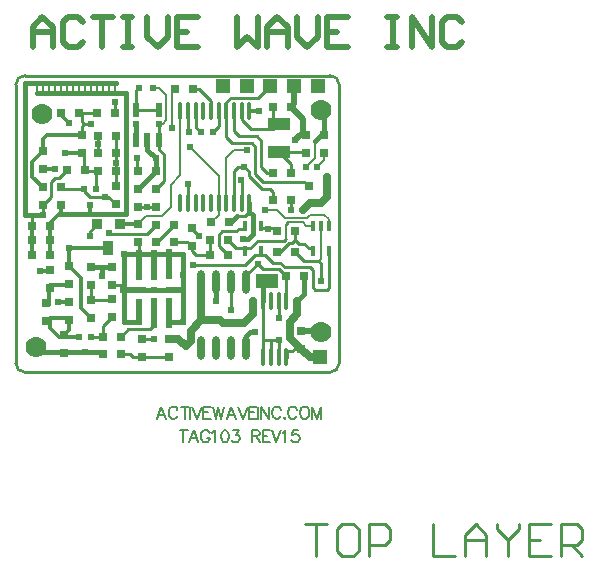
<source format=gtl>
%FSLAX23Y23*%
%MOIN*%
G70*
G01*
G75*
G04 Layer_Physical_Order=1*
G04 Layer_Color=255*
%ADD10O,0.024X0.080*%
%ADD11R,0.020X0.050*%
%ADD12R,0.024X0.024*%
%ADD13R,0.030X0.030*%
%ADD14R,0.030X0.030*%
%ADD15R,0.074X0.045*%
%ADD16R,0.036X0.050*%
%ADD17R,0.036X0.036*%
%ADD18R,0.075X0.043*%
%ADD19O,0.016X0.060*%
%ADD20R,0.024X0.100*%
%ADD21R,0.024X0.090*%
%ADD22R,0.070X0.024*%
%ADD23R,0.090X0.024*%
%ADD24O,0.016X0.060*%
%ADD25R,0.014X0.035*%
%ADD26R,0.025X0.030*%
%ADD27R,0.014X0.035*%
%ADD28C,0.010*%
%ADD29C,0.008*%
%ADD30C,0.012*%
%ADD31C,0.015*%
%ADD32C,0.025*%
%ADD33C,0.016*%
%ADD34C,0.020*%
%ADD35C,0.014*%
%ADD36C,0.006*%
%ADD37R,0.050X0.050*%
%ADD38C,0.070*%
%ADD39R,0.049X0.049*%
%ADD40C,0.024*%
D10*
X778Y495D02*
D03*
X678Y715D02*
D03*
X778D02*
D03*
X728D02*
D03*
X628D02*
D03*
X728Y495D02*
D03*
X678D02*
D03*
X628D02*
D03*
D11*
X411Y1191D02*
D03*
Y1291D02*
D03*
X486D02*
D03*
X448Y1191D02*
D03*
X486D02*
D03*
D12*
X241Y482D02*
D03*
X260Y533D02*
D03*
X221D02*
D03*
X276Y1025D02*
D03*
X257Y974D02*
D03*
X237Y1025D02*
D03*
D13*
X261Y766D02*
D03*
X520Y527D02*
D03*
X171Y481D02*
D03*
X961Y493D02*
D03*
X331Y766D02*
D03*
X1035Y1206D02*
D03*
X416Y908D02*
D03*
X330Y661D02*
D03*
X261Y655D02*
D03*
Y706D02*
D03*
Y595D02*
D03*
X186Y771D02*
D03*
X520Y467D02*
D03*
X430D02*
D03*
X330Y601D02*
D03*
X124Y695D02*
D03*
X111Y647D02*
D03*
X186Y711D02*
D03*
X111Y587D02*
D03*
X171Y541D02*
D03*
X124Y755D02*
D03*
X416Y848D02*
D03*
X1035Y1146D02*
D03*
X430Y527D02*
D03*
X331Y706D02*
D03*
X961Y553D02*
D03*
X229Y1147D02*
D03*
Y1207D02*
D03*
X99Y1032D02*
D03*
Y972D02*
D03*
X342Y1035D02*
D03*
X159Y972D02*
D03*
X342Y975D02*
D03*
X159Y1032D02*
D03*
X185Y651D02*
D03*
Y591D02*
D03*
X99Y1152D02*
D03*
Y1092D02*
D03*
X596Y896D02*
D03*
Y836D02*
D03*
X416Y1026D02*
D03*
Y966D02*
D03*
X976Y1206D02*
D03*
Y1146D02*
D03*
X476Y966D02*
D03*
Y1026D02*
D03*
D14*
X1045Y1035D02*
D03*
X300Y477D02*
D03*
X985Y1035D02*
D03*
X341Y1281D02*
D03*
X600Y1360D02*
D03*
X360Y477D02*
D03*
X299Y534D02*
D03*
X359D02*
D03*
X282Y1145D02*
D03*
Y1203D02*
D03*
Y1085D02*
D03*
X240Y1088D02*
D03*
X281Y1281D02*
D03*
X180Y1088D02*
D03*
X64Y805D02*
D03*
Y855D02*
D03*
Y904D02*
D03*
X342Y1085D02*
D03*
Y1145D02*
D03*
Y1203D02*
D03*
X124Y904D02*
D03*
Y805D02*
D03*
Y855D02*
D03*
X416Y1086D02*
D03*
X476D02*
D03*
X911Y736D02*
D03*
X971D02*
D03*
X476Y906D02*
D03*
X536D02*
D03*
Y851D02*
D03*
X476D02*
D03*
X716Y806D02*
D03*
X656D02*
D03*
Y856D02*
D03*
X716D02*
D03*
X925Y1080D02*
D03*
X865D02*
D03*
X925Y1300D02*
D03*
X865D02*
D03*
X540Y1360D02*
D03*
X221Y1281D02*
D03*
X161D02*
D03*
X940Y815D02*
D03*
X880D02*
D03*
Y885D02*
D03*
X940D02*
D03*
X660Y915D02*
D03*
X720D02*
D03*
D15*
X846Y718D02*
D03*
D16*
X318Y828D02*
D03*
D17*
X281Y908D02*
D03*
X356D02*
D03*
D18*
X885Y1148D02*
D03*
Y1242D02*
D03*
D19*
X834Y654D02*
D03*
X860Y467D02*
D03*
X885D02*
D03*
X834D02*
D03*
X911Y654D02*
D03*
X885D02*
D03*
X911Y467D02*
D03*
X860Y654D02*
D03*
D20*
X471Y612D02*
D03*
X521D02*
D03*
X520Y775D02*
D03*
X471Y774D02*
D03*
X421D02*
D03*
D21*
Y617D02*
D03*
D22*
X543Y690D02*
D03*
D23*
X401Y690D02*
D03*
D24*
X788Y979D02*
D03*
X634Y1286D02*
D03*
X737D02*
D03*
X660Y979D02*
D03*
X686D02*
D03*
X634D02*
D03*
X711Y1286D02*
D03*
X737Y979D02*
D03*
X762D02*
D03*
X788Y1286D02*
D03*
X558D02*
D03*
X583Y979D02*
D03*
X686Y1286D02*
D03*
X660D02*
D03*
X762D02*
D03*
X609D02*
D03*
X583D02*
D03*
X558Y979D02*
D03*
X711D02*
D03*
X609D02*
D03*
D25*
X799Y904D02*
D03*
X773D02*
D03*
Y818D02*
D03*
X825D02*
D03*
Y904D02*
D03*
X1000D02*
D03*
X1026D02*
D03*
X1000Y818D02*
D03*
X1052D02*
D03*
D26*
X865Y990D02*
D03*
X925D02*
D03*
D27*
X1052Y904D02*
D03*
D28*
X504Y1054D02*
Y1141D01*
X486Y1159D02*
X504Y1141D01*
X911Y654D02*
Y736D01*
X778Y740D02*
X815Y777D01*
X600Y774D02*
X773D01*
X762Y1255D02*
Y1286D01*
X260Y1243D02*
X261Y1242D01*
X238Y1243D02*
X260D01*
X221Y1281D02*
X281D01*
X229Y1207D02*
Y1235D01*
Y1252D02*
X238Y1243D01*
X229Y1235D02*
X238Y1243D01*
X229Y1252D02*
Y1274D01*
X154Y1062D02*
X180Y1088D01*
X139Y1062D02*
X154D01*
X127Y1050D02*
X139Y1062D01*
X127Y1000D02*
Y1050D01*
X99Y972D02*
X127Y1000D01*
X860Y467D02*
Y522D01*
X885Y467D02*
Y522D01*
X359Y534D02*
X383Y558D01*
X456D01*
X471Y573D01*
Y592D01*
X299Y570D02*
X330Y601D01*
X261Y655D02*
X324D01*
X330Y661D01*
X261Y655D02*
Y706D01*
X331Y766D02*
X331Y766D01*
Y706D02*
X369D01*
X885Y597D02*
Y654D01*
X295Y482D02*
X300Y477D01*
X360D02*
X390D01*
X400Y467D01*
X430Y527D02*
X470D01*
X931Y485D02*
X939Y493D01*
X416Y848D02*
X421Y843D01*
X257Y870D02*
Y884D01*
X281Y908D01*
X237Y1020D02*
Y1025D01*
X317Y1000D02*
X342Y975D01*
X237Y1020D02*
X257Y1000D01*
X276Y1025D02*
Y1079D01*
X282Y1085D01*
X243D02*
X282D01*
X237Y1091D02*
Y1139D01*
X229Y1147D02*
X237Y1139D01*
X221Y1281D02*
X229Y1274D01*
X159Y1273D02*
X186Y1246D01*
X180Y1087D02*
Y1088D01*
X99Y939D02*
Y972D01*
X412Y1090D02*
X416Y1086D01*
X412Y1090D02*
Y1128D01*
X159Y1032D02*
X166Y1025D01*
X237D01*
X476Y851D02*
X481D01*
X536Y906D01*
X447Y877D02*
X476Y906D01*
X320Y877D02*
X447D01*
X319Y878D02*
X320Y877D01*
X596Y820D02*
Y836D01*
Y820D02*
X610Y806D01*
X656D01*
Y856D01*
X778Y715D02*
Y740D01*
X685Y837D02*
X716Y806D01*
Y856D02*
X744Y828D01*
X728Y624D02*
X728Y715D01*
X888Y759D02*
X911Y736D01*
X815Y777D02*
X833Y759D01*
X888D01*
X891Y781D02*
X907Y765D01*
X940Y815D02*
X969Y786D01*
X840Y806D02*
X865Y781D01*
X891D01*
X773Y774D02*
X805Y806D01*
X790Y828D02*
X816Y854D01*
X1000Y905D02*
X1000Y904D01*
X911Y909D02*
X917Y915D01*
X904Y854D02*
X911Y861D01*
X816Y854D02*
X904D01*
X880Y815D02*
X891D01*
X921Y845D01*
X930D01*
X940Y855D01*
Y885D01*
X685Y837D02*
Y874D01*
X696Y885D01*
X752Y894D02*
X773D01*
Y904D01*
X773Y904D01*
X743Y885D02*
X752Y894D01*
X696Y885D02*
X743D01*
X911Y485D02*
X931D01*
X583Y1217D02*
Y1286D01*
X609Y1231D02*
Y1286D01*
Y1231D02*
X625Y1215D01*
X952Y843D02*
X970D01*
X940Y855D02*
X952Y843D01*
X970D02*
X985Y828D01*
X1000D01*
X1052Y818D02*
X1053Y816D01*
X991Y765D02*
X999Y757D01*
X907Y765D02*
X991D01*
X583Y979D02*
Y1042D01*
X536Y851D02*
X581D01*
X596Y836D01*
X744Y828D02*
X773D01*
X805Y806D02*
X825D01*
X416Y966D02*
X446D01*
X476D01*
X486Y1159D02*
Y1191D01*
Y1244D01*
X257Y1000D02*
X308D01*
X317D01*
X342Y1035D02*
Y1085D01*
Y1114D01*
Y1145D01*
Y1203D01*
X64Y887D02*
Y904D01*
Y939D01*
X240Y1088D02*
X243Y1085D01*
X237Y1091D02*
X240Y1088D01*
X369Y706D02*
X371Y708D01*
X159Y1273D02*
Y1281D01*
Y1284D01*
X282Y1145D02*
Y1175D01*
Y1203D01*
X421Y808D02*
Y843D01*
X471Y808D02*
X476Y813D01*
X834Y467D02*
Y522D01*
Y654D01*
Y522D02*
X860D01*
X885D01*
X860Y522D02*
X860Y522D01*
X260Y533D02*
X299D01*
Y534D01*
Y570D01*
X400Y467D02*
X430D01*
X520D01*
X939Y493D02*
X961D01*
X411Y1291D02*
X486D01*
X660Y1286D02*
Y1320D01*
X746Y936D02*
X772D01*
X788Y951D01*
X792Y1225D02*
X868D01*
X885Y1242D01*
X762Y1255D02*
X792Y1225D01*
X885Y1148D02*
X974D01*
X925Y1080D02*
Y1108D01*
X885Y1148D02*
X925Y1108D01*
Y955D02*
Y990D01*
X773Y828D02*
X790D01*
X1019Y786D02*
X1028Y777D01*
Y720D02*
Y777D01*
X969Y786D02*
X1019D01*
X999Y699D02*
X1008Y690D01*
X1048D01*
X1053Y695D01*
X825Y806D02*
X840D01*
X1053Y695D02*
Y816D01*
X999Y699D02*
Y757D01*
X865Y1262D02*
Y1300D01*
Y1262D02*
X885Y1242D01*
X880Y885D02*
Y895D01*
X825Y896D02*
Y904D01*
X711Y1315D02*
X726Y1330D01*
X817D01*
X857Y1370D01*
X596Y894D02*
Y896D01*
Y894D02*
X620Y870D01*
X785Y1070D02*
X830Y1025D01*
X848Y1080D02*
X865D01*
X828Y1100D02*
X848Y1080D01*
X476Y1026D02*
X504Y1054D01*
X600Y1360D02*
X620D01*
X660Y1320D01*
X341Y1281D02*
Y1313D01*
X411Y1356D02*
X419Y1364D01*
X411Y1291D02*
Y1356D01*
X813Y1202D02*
X828Y1187D01*
Y1100D02*
Y1187D01*
X795Y1180D02*
X808Y1167D01*
X711Y1199D02*
X730Y1180D01*
X795D01*
X808Y1075D02*
Y1167D01*
X737Y1218D02*
X753Y1202D01*
X737Y1218D02*
Y1286D01*
X753Y1202D02*
X813D01*
X785Y1070D02*
Y1085D01*
X770Y1100D02*
X785Y1085D01*
X737Y1087D02*
X750Y1100D01*
X770D01*
X737Y979D02*
Y1087D01*
X760Y1055D02*
X762Y1053D01*
Y979D02*
Y1053D01*
X665Y1215D02*
X686Y1236D01*
Y1286D01*
X865Y990D02*
Y1015D01*
X855Y1025D02*
X865Y1015D01*
X830Y1025D02*
X855D01*
X711Y1199D02*
Y1286D01*
X970Y1050D02*
X985Y1035D01*
X833Y1050D02*
X970D01*
X808Y1075D02*
X833Y1050D01*
X825Y895D02*
X880D01*
X974Y-90D02*
X1045D01*
X1010D01*
Y-197D01*
X1134Y-90D02*
X1098D01*
X1081Y-108D01*
Y-179D01*
X1098Y-197D01*
X1134D01*
X1152Y-179D01*
Y-108D01*
X1134Y-90D01*
X1187Y-197D02*
Y-90D01*
X1241D01*
X1258Y-108D01*
Y-144D01*
X1241Y-161D01*
X1187D01*
X1401Y-90D02*
Y-197D01*
X1472D01*
X1507D02*
Y-126D01*
X1543Y-90D01*
X1578Y-126D01*
Y-197D01*
Y-144D01*
X1507D01*
X1614Y-90D02*
Y-108D01*
X1649Y-144D01*
X1685Y-108D01*
Y-90D01*
X1649Y-144D02*
Y-197D01*
X1792Y-90D02*
X1720D01*
Y-197D01*
X1792D01*
X1720Y-144D02*
X1756D01*
X1827Y-197D02*
Y-90D01*
X1880D01*
X1898Y-108D01*
Y-144D01*
X1880Y-161D01*
X1827D01*
X1863D02*
X1898Y-197D01*
X1057Y415D02*
G03*
X1087Y445I0J30D01*
G01*
Y1374D02*
G03*
X1057Y1404I-30J0D01*
G01*
X39D02*
G03*
X9Y1374I0J-30D01*
G01*
Y445D02*
G03*
X39Y415I30J0D01*
G01*
Y1404D02*
X1057D01*
X1087Y445D02*
Y1374D01*
X39Y415D02*
X1057D01*
X9Y445D02*
Y1374D01*
D29*
X485Y1364D02*
X510Y1339D01*
X467Y1364D02*
X485D01*
X499Y1244D02*
X510Y1255D01*
Y1339D01*
X486Y1244D02*
X499D01*
X1052Y904D02*
Y926D01*
X911Y861D02*
Y909D01*
X444Y936D02*
X496D01*
X416Y908D02*
X444Y936D01*
X660Y915D02*
X686Y941D01*
X1038Y940D02*
X1052Y926D01*
X976Y904D02*
X1000D01*
X965Y915D02*
X976Y904D01*
X917Y915D02*
X965D01*
X880Y955D02*
X905Y930D01*
X840Y955D02*
X880D01*
X1026Y793D02*
Y904D01*
X1019Y786D02*
X1026Y793D01*
X980Y930D02*
X990Y940D01*
X1038D01*
X905Y930D02*
X980D01*
X530Y1350D02*
X539Y1359D01*
X496Y936D02*
X525Y965D01*
X1035Y1122D02*
Y1146D01*
X1013Y1100D02*
X1035Y1122D01*
X975Y1100D02*
X1005Y1130D01*
Y1185D01*
X525Y965D02*
Y1040D01*
X558Y1073D01*
Y1286D01*
X590Y1165D02*
X686Y1069D01*
X530Y1230D02*
Y1350D01*
X686Y941D02*
Y1069D01*
X711Y1131D02*
X735Y1155D01*
X780D01*
X711Y979D02*
Y1131D01*
D30*
X186Y828D02*
X318D01*
X186Y771D02*
Y828D01*
X226Y630D02*
X261Y595D01*
X226Y630D02*
Y731D01*
X186Y771D02*
X226Y731D01*
X180Y705D02*
X186Y711D01*
X151Y651D02*
X185D01*
X123Y596D02*
X180D01*
X185Y591D01*
X123Y563D02*
X153Y533D01*
X356Y908D02*
X416D01*
X185Y555D02*
Y591D01*
X171Y541D02*
X185Y555D01*
X89Y754D02*
X124D01*
X153Y533D02*
X171D01*
X221D01*
X123Y563D02*
Y587D01*
Y596D01*
X120Y640D02*
Y647D01*
Y695D01*
Y699D01*
X124Y705D02*
X180D01*
X788Y1286D02*
X819D01*
D31*
X784Y861D02*
X799Y876D01*
X766Y861D02*
X784D01*
X789Y548D02*
X806D01*
X778Y537D02*
X789Y548D01*
X778Y495D02*
Y537D01*
X1035Y1206D02*
Y1280D01*
X1025Y1290D02*
X1035Y1280D01*
X416Y1026D02*
X476Y1086D01*
X678Y653D02*
Y715D01*
X678Y653D02*
X678Y653D01*
X409Y1202D02*
Y1244D01*
X448Y1157D02*
X477Y1128D01*
X476Y1086D02*
Y1127D01*
X477Y1128D01*
X448Y1157D02*
Y1191D01*
X788Y951D02*
Y979D01*
Y951D02*
X799Y940D01*
X76Y501D02*
X95Y482D01*
X371Y583D02*
X421D01*
X371D02*
Y690D01*
Y708D01*
Y808D01*
X389Y690D02*
X401D01*
X471D01*
X543D01*
X551D01*
X521Y583D02*
X566D01*
X471Y788D02*
Y808D01*
X566Y583D02*
Y690D01*
Y741D01*
Y808D01*
X371D02*
X421D01*
X421D01*
X471D01*
X520D01*
X566D01*
X799Y876D02*
Y904D01*
Y940D01*
X95Y482D02*
X171D01*
X241D01*
X295D01*
X720Y915D02*
X725D01*
X746Y936D01*
X1026Y1206D02*
X1035D01*
X1005Y1185D02*
X1026Y1206D01*
X971Y676D02*
Y736D01*
X948Y653D02*
X971Y676D01*
X911Y467D02*
Y485D01*
X296Y737D02*
Y766D01*
X261D02*
X331D01*
D32*
X576Y502D02*
X593Y519D01*
Y554D01*
X628Y589D01*
X551Y527D02*
X576Y502D01*
X520Y527D02*
X551D01*
X989Y465D02*
X1024D01*
X800Y609D02*
Y653D01*
X771Y580D02*
X800Y609D01*
X700Y580D02*
X771D01*
X691Y589D02*
X700Y580D01*
X628Y589D02*
X691D01*
X948Y608D02*
Y653D01*
X924Y584D02*
X948Y608D01*
X924Y530D02*
Y584D01*
X961Y493D02*
X989Y465D01*
X924Y530D02*
X961Y493D01*
X965Y955D02*
X990Y980D01*
X1025D01*
X1045Y1000D01*
Y1065D01*
X628Y589D02*
Y715D01*
D33*
X39Y939D02*
Y1378D01*
X834Y718D02*
X846D01*
X834Y654D02*
Y718D01*
X376Y942D02*
Y1345D01*
X39Y939D02*
X64D01*
X99D01*
X39Y1378D02*
X80D01*
X100D01*
X120D01*
X140D01*
X160D01*
X180D01*
X200D01*
X220D01*
X240D01*
X260D01*
X280D01*
X300D01*
X320D01*
X340D01*
X343D01*
X80Y1345D02*
X100D01*
X120D01*
X140D01*
X160D01*
X180D01*
X200D01*
X220D01*
X240D01*
X260D01*
X280D01*
X300D01*
X320D01*
X340D01*
X376D01*
X153Y943D02*
X372D01*
D34*
X961Y553D02*
X1013D01*
X925Y1300D02*
X965Y1260D01*
Y1217D02*
X976Y1206D01*
X965Y1217D02*
Y1260D01*
X956Y1206D02*
X976D01*
X940Y1190D02*
X956Y1206D01*
X936Y1311D02*
Y1370D01*
X925Y1300D02*
X936Y1311D01*
X65Y1500D02*
Y1567D01*
X98Y1600D01*
X132Y1567D01*
Y1500D01*
Y1550D01*
X65D01*
X232Y1583D02*
X215Y1600D01*
X182D01*
X165Y1583D01*
Y1517D01*
X182Y1500D01*
X215D01*
X232Y1517D01*
X265Y1600D02*
X332D01*
X298D01*
Y1500D01*
X365Y1600D02*
X398D01*
X382D01*
Y1500D01*
X365D01*
X398D01*
X448Y1600D02*
Y1533D01*
X482Y1500D01*
X515Y1533D01*
Y1600D01*
X615D02*
X548D01*
Y1500D01*
X615D01*
X548Y1550D02*
X581D01*
X748Y1600D02*
Y1500D01*
X781Y1533D01*
X815Y1500D01*
Y1600D01*
X848Y1500D02*
Y1567D01*
X881Y1600D01*
X915Y1567D01*
Y1500D01*
Y1550D01*
X848D01*
X948Y1600D02*
Y1533D01*
X981Y1500D01*
X1015Y1533D01*
Y1600D01*
X1115D02*
X1048D01*
Y1500D01*
X1115D01*
X1048Y1550D02*
X1081D01*
X1248Y1600D02*
X1281D01*
X1265D01*
Y1500D01*
X1248D01*
X1281D01*
X1331D02*
Y1600D01*
X1398Y1500D01*
Y1600D01*
X1498Y1583D02*
X1481Y1600D01*
X1448D01*
X1431Y1583D01*
Y1517D01*
X1448Y1500D01*
X1481D01*
X1498Y1517D01*
D35*
X174Y1147D02*
X229D01*
X159Y949D02*
Y972D01*
X257Y946D02*
Y974D01*
X64Y1067D02*
X99Y1032D01*
X64Y1067D02*
Y1117D01*
X99Y1152D01*
Y1192D01*
X114Y1207D01*
X229D01*
X99Y1092D02*
X141D01*
X124Y805D02*
Y914D01*
X64Y805D02*
Y855D01*
Y904D01*
X124Y914D02*
X153Y943D01*
X159Y949D01*
D36*
X80Y1345D02*
Y1378D01*
X100Y1345D02*
Y1378D01*
X120Y1345D02*
Y1378D01*
X140Y1345D02*
Y1378D01*
X220Y1345D02*
Y1378D01*
X240Y1345D02*
Y1378D01*
X160Y1345D02*
Y1378D01*
X200Y1345D02*
Y1378D01*
X180Y1345D02*
Y1378D01*
X320Y1345D02*
Y1378D01*
X340Y1345D02*
Y1378D01*
X260Y1345D02*
Y1378D01*
X300Y1345D02*
Y1378D01*
X280Y1345D02*
Y1378D01*
X568Y222D02*
Y182D01*
X555Y222D02*
X582D01*
X617Y182D02*
X602Y222D01*
X586Y182D01*
X592Y195D02*
X611D01*
X655Y212D02*
X653Y216D01*
X649Y220D01*
X645Y222D01*
X638D01*
X634Y220D01*
X630Y216D01*
X628Y212D01*
X626Y207D01*
Y197D01*
X628Y192D01*
X630Y188D01*
X634Y184D01*
X638Y182D01*
X645D01*
X649Y184D01*
X653Y188D01*
X655Y192D01*
Y197D01*
X645D02*
X655D01*
X664Y214D02*
X668Y216D01*
X673Y222D01*
Y182D01*
X705Y222D02*
X699Y220D01*
X695Y214D01*
X693Y205D01*
Y199D01*
X695Y190D01*
X699Y184D01*
X705Y182D01*
X708D01*
X714Y184D01*
X718Y190D01*
X720Y199D01*
Y205D01*
X718Y214D01*
X714Y220D01*
X708Y222D01*
X705D01*
X733D02*
X754D01*
X742Y207D01*
X748D01*
X752Y205D01*
X754Y203D01*
X756Y197D01*
Y193D01*
X754Y188D01*
X750Y184D01*
X744Y182D01*
X738D01*
X733Y184D01*
X731Y186D01*
X729Y190D01*
X796Y222D02*
Y182D01*
Y222D02*
X813D01*
X819Y220D01*
X821Y218D01*
X823Y214D01*
Y211D01*
X821Y207D01*
X819Y205D01*
X813Y203D01*
X796D01*
X809D02*
X823Y182D01*
X856Y222D02*
X832D01*
Y182D01*
X856D01*
X832Y203D02*
X847D01*
X863Y222D02*
X878Y182D01*
X893Y222D02*
X878Y182D01*
X899Y214D02*
X902Y216D01*
X908Y222D01*
Y182D01*
X951Y222D02*
X932D01*
X930Y205D01*
X932Y207D01*
X937Y209D01*
X943D01*
X949Y207D01*
X953Y203D01*
X955Y197D01*
Y193D01*
X953Y188D01*
X949Y184D01*
X943Y182D01*
X937D01*
X932Y184D01*
X930Y186D01*
X928Y190D01*
X509Y261D02*
X494Y301D01*
X479Y261D01*
X485Y274D02*
X504D01*
X547Y291D02*
X545Y295D01*
X542Y299D01*
X538Y301D01*
X530D01*
X526Y299D01*
X523Y295D01*
X521Y291D01*
X519Y286D01*
Y276D01*
X521Y271D01*
X523Y267D01*
X526Y263D01*
X530Y261D01*
X538D01*
X542Y263D01*
X545Y267D01*
X547Y271D01*
X572Y301D02*
Y261D01*
X559Y301D02*
X585D01*
X590D02*
Y261D01*
X598Y301D02*
X614Y261D01*
X629Y301D02*
X614Y261D01*
X659Y301D02*
X634D01*
Y261D01*
X659D01*
X634Y282D02*
X649D01*
X665Y301D02*
X675Y261D01*
X684Y301D02*
X675Y261D01*
X684Y301D02*
X694Y261D01*
X704Y301D02*
X694Y261D01*
X742D02*
X727Y301D01*
X712Y261D01*
X717Y274D02*
X736D01*
X751Y301D02*
X767Y261D01*
X782Y301D02*
X767Y261D01*
X812Y301D02*
X787D01*
Y261D01*
X812D01*
X787Y282D02*
X802D01*
X818Y301D02*
Y261D01*
X827Y301D02*
Y261D01*
Y301D02*
X853Y261D01*
Y301D02*
Y261D01*
X893Y291D02*
X891Y295D01*
X887Y299D01*
X883Y301D01*
X876D01*
X872Y299D01*
X868Y295D01*
X866Y291D01*
X864Y286D01*
Y276D01*
X866Y271D01*
X868Y267D01*
X872Y263D01*
X876Y261D01*
X883D01*
X887Y263D01*
X891Y267D01*
X893Y271D01*
X906Y265D02*
X904Y263D01*
X906Y261D01*
X908Y263D01*
X906Y265D01*
X945Y291D02*
X943Y295D01*
X940Y299D01*
X936Y301D01*
X928D01*
X924Y299D01*
X921Y295D01*
X919Y291D01*
X917Y286D01*
Y276D01*
X919Y271D01*
X921Y267D01*
X924Y263D01*
X928Y261D01*
X936D01*
X940Y263D01*
X943Y267D01*
X945Y271D01*
X968Y301D02*
X964Y299D01*
X960Y295D01*
X959Y291D01*
X957Y286D01*
Y276D01*
X959Y271D01*
X960Y267D01*
X964Y263D01*
X968Y261D01*
X976D01*
X979Y263D01*
X983Y267D01*
X985Y271D01*
X987Y276D01*
Y286D01*
X985Y291D01*
X983Y295D01*
X979Y299D01*
X976Y301D01*
X968D01*
X996D02*
Y261D01*
Y301D02*
X1012Y261D01*
X1027Y301D02*
X1012Y261D01*
X1027Y301D02*
Y261D01*
D37*
X1024Y465D02*
D03*
D38*
X1026Y550D02*
D03*
X76Y501D02*
D03*
X98Y1275D02*
D03*
X1025Y1290D02*
D03*
D39*
X1015Y1370D02*
D03*
X936D02*
D03*
X857D02*
D03*
X779D02*
D03*
X700D02*
D03*
D40*
X186Y828D02*
D03*
X342Y1114D02*
D03*
X576Y502D02*
D03*
X948Y653D02*
D03*
X620Y870D02*
D03*
X815Y777D02*
D03*
X486Y1244D02*
D03*
X885Y522D02*
D03*
X806Y548D02*
D03*
X471Y690D02*
D03*
X151Y651D02*
D03*
X728Y624D02*
D03*
X885Y597D02*
D03*
X470Y527D02*
D03*
X566Y583D02*
D03*
X257Y870D02*
D03*
X308Y1000D02*
D03*
X282Y1175D02*
D03*
X261Y1242D02*
D03*
X174Y1147D02*
D03*
X141Y1092D02*
D03*
X186Y1246D02*
D03*
X99Y939D02*
D03*
X89Y754D02*
D03*
X566Y741D02*
D03*
X412Y1128D02*
D03*
X477D02*
D03*
X339Y1315D02*
D03*
X678Y653D02*
D03*
X800D02*
D03*
X296Y737D02*
D03*
X319Y878D02*
D03*
X766Y861D02*
D03*
X600Y774D02*
D03*
X446Y966D02*
D03*
X409Y1244D02*
D03*
X849Y894D02*
D03*
X1028Y720D02*
D03*
X467Y1364D02*
D03*
X419D02*
D03*
X585Y1215D02*
D03*
X625D02*
D03*
X583Y1042D02*
D03*
X371Y808D02*
D03*
X925Y955D02*
D03*
X840D02*
D03*
X965D02*
D03*
X760Y1055D02*
D03*
X770Y1100D02*
D03*
X590Y1165D02*
D03*
X819Y1286D02*
D03*
X1045Y1065D02*
D03*
X530Y1230D02*
D03*
X1013Y1100D02*
D03*
X780Y1155D02*
D03*
X975Y1100D02*
D03*
X628Y640D02*
D03*
X665Y1215D02*
D03*
X940Y1190D02*
D03*
M02*

</source>
